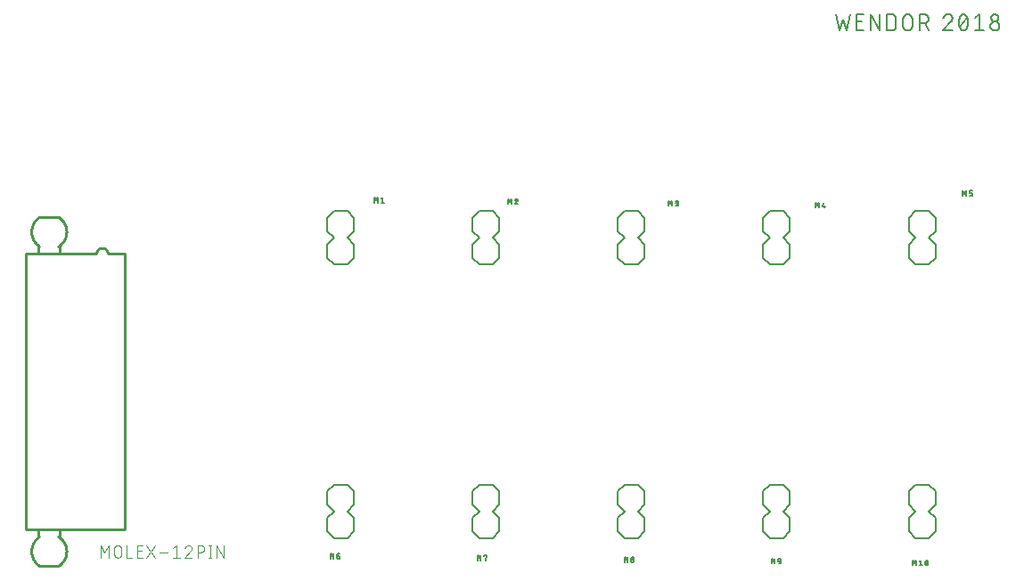
<source format=gbr>
G04 EAGLE Gerber X2 export*
%TF.Part,Single*%
%TF.FileFunction,Legend,Top,1*%
%TF.FilePolarity,Positive*%
%TF.GenerationSoftware,Autodesk,EAGLE,9.0.0*%
%TF.CreationDate,2018-05-03T13:10:54Z*%
G75*
%MOMM*%
%FSLAX34Y34*%
%LPD*%
%AMOC8*
5,1,8,0,0,1.08239X$1,22.5*%
G01*
%ADD10C,0.127000*%
%ADD11C,0.203200*%
%ADD12C,0.254000*%
%ADD13C,0.101600*%


D10*
X965835Y1108329D02*
X969278Y1092835D01*
X972721Y1103164D01*
X976164Y1092835D01*
X979607Y1108329D01*
X985788Y1092835D02*
X992674Y1092835D01*
X985788Y1092835D02*
X985788Y1108329D01*
X992674Y1108329D01*
X990953Y1101443D02*
X985788Y1101443D01*
X998644Y1108329D02*
X998644Y1092835D01*
X1007252Y1092835D02*
X998644Y1108329D01*
X1007252Y1108329D02*
X1007252Y1092835D01*
X1014501Y1092835D02*
X1014501Y1108329D01*
X1018805Y1108329D01*
X1018935Y1108327D01*
X1019065Y1108321D01*
X1019195Y1108311D01*
X1019324Y1108298D01*
X1019453Y1108280D01*
X1019581Y1108259D01*
X1019708Y1108233D01*
X1019835Y1108204D01*
X1019961Y1108171D01*
X1020085Y1108134D01*
X1020209Y1108094D01*
X1020331Y1108049D01*
X1020452Y1108001D01*
X1020571Y1107950D01*
X1020689Y1107895D01*
X1020805Y1107836D01*
X1020919Y1107774D01*
X1021032Y1107708D01*
X1021142Y1107639D01*
X1021250Y1107567D01*
X1021356Y1107492D01*
X1021459Y1107413D01*
X1021560Y1107331D01*
X1021659Y1107247D01*
X1021755Y1107159D01*
X1021848Y1107068D01*
X1021939Y1106975D01*
X1022027Y1106879D01*
X1022111Y1106780D01*
X1022193Y1106679D01*
X1022272Y1106576D01*
X1022347Y1106470D01*
X1022419Y1106362D01*
X1022488Y1106252D01*
X1022554Y1106139D01*
X1022616Y1106025D01*
X1022675Y1105909D01*
X1022730Y1105791D01*
X1022781Y1105672D01*
X1022829Y1105551D01*
X1022874Y1105429D01*
X1022914Y1105305D01*
X1022951Y1105181D01*
X1022984Y1105055D01*
X1023013Y1104928D01*
X1023039Y1104801D01*
X1023060Y1104673D01*
X1023078Y1104544D01*
X1023091Y1104415D01*
X1023101Y1104285D01*
X1023107Y1104155D01*
X1023109Y1104025D01*
X1023109Y1097139D01*
X1023107Y1097009D01*
X1023101Y1096879D01*
X1023091Y1096749D01*
X1023078Y1096620D01*
X1023060Y1096491D01*
X1023039Y1096363D01*
X1023013Y1096236D01*
X1022984Y1096109D01*
X1022951Y1095983D01*
X1022914Y1095859D01*
X1022874Y1095735D01*
X1022829Y1095613D01*
X1022781Y1095492D01*
X1022730Y1095373D01*
X1022675Y1095255D01*
X1022616Y1095139D01*
X1022554Y1095025D01*
X1022488Y1094912D01*
X1022419Y1094802D01*
X1022347Y1094694D01*
X1022272Y1094588D01*
X1022193Y1094485D01*
X1022111Y1094384D01*
X1022027Y1094285D01*
X1021939Y1094189D01*
X1021848Y1094096D01*
X1021755Y1094005D01*
X1021659Y1093917D01*
X1021560Y1093833D01*
X1021459Y1093751D01*
X1021356Y1093672D01*
X1021250Y1093597D01*
X1021142Y1093525D01*
X1021032Y1093456D01*
X1020919Y1093390D01*
X1020805Y1093328D01*
X1020689Y1093269D01*
X1020571Y1093214D01*
X1020452Y1093163D01*
X1020331Y1093115D01*
X1020209Y1093070D01*
X1020085Y1093030D01*
X1019961Y1092993D01*
X1019835Y1092960D01*
X1019708Y1092931D01*
X1019581Y1092905D01*
X1019453Y1092884D01*
X1019324Y1092866D01*
X1019195Y1092853D01*
X1019065Y1092843D01*
X1018935Y1092837D01*
X1018805Y1092835D01*
X1014501Y1092835D01*
X1029863Y1097139D02*
X1029863Y1104025D01*
X1029862Y1104025D02*
X1029864Y1104155D01*
X1029870Y1104285D01*
X1029880Y1104415D01*
X1029893Y1104544D01*
X1029911Y1104673D01*
X1029932Y1104801D01*
X1029958Y1104928D01*
X1029987Y1105055D01*
X1030020Y1105181D01*
X1030057Y1105305D01*
X1030097Y1105429D01*
X1030142Y1105551D01*
X1030190Y1105672D01*
X1030241Y1105791D01*
X1030296Y1105909D01*
X1030355Y1106025D01*
X1030417Y1106139D01*
X1030483Y1106252D01*
X1030552Y1106362D01*
X1030624Y1106470D01*
X1030699Y1106576D01*
X1030778Y1106679D01*
X1030860Y1106780D01*
X1030944Y1106879D01*
X1031032Y1106975D01*
X1031123Y1107068D01*
X1031216Y1107159D01*
X1031312Y1107247D01*
X1031411Y1107331D01*
X1031512Y1107413D01*
X1031615Y1107492D01*
X1031721Y1107567D01*
X1031829Y1107639D01*
X1031939Y1107708D01*
X1032052Y1107774D01*
X1032166Y1107836D01*
X1032282Y1107895D01*
X1032400Y1107950D01*
X1032519Y1108001D01*
X1032640Y1108049D01*
X1032762Y1108094D01*
X1032886Y1108134D01*
X1033010Y1108171D01*
X1033136Y1108204D01*
X1033263Y1108233D01*
X1033390Y1108259D01*
X1033518Y1108280D01*
X1033647Y1108298D01*
X1033776Y1108311D01*
X1033906Y1108321D01*
X1034036Y1108327D01*
X1034166Y1108329D01*
X1034296Y1108327D01*
X1034426Y1108321D01*
X1034556Y1108311D01*
X1034685Y1108298D01*
X1034814Y1108280D01*
X1034942Y1108259D01*
X1035069Y1108233D01*
X1035196Y1108204D01*
X1035322Y1108171D01*
X1035446Y1108134D01*
X1035570Y1108094D01*
X1035692Y1108049D01*
X1035813Y1108001D01*
X1035932Y1107950D01*
X1036050Y1107895D01*
X1036166Y1107836D01*
X1036280Y1107774D01*
X1036393Y1107708D01*
X1036503Y1107639D01*
X1036611Y1107567D01*
X1036717Y1107492D01*
X1036820Y1107413D01*
X1036921Y1107331D01*
X1037020Y1107247D01*
X1037116Y1107159D01*
X1037209Y1107068D01*
X1037300Y1106975D01*
X1037388Y1106879D01*
X1037472Y1106780D01*
X1037554Y1106679D01*
X1037633Y1106576D01*
X1037708Y1106470D01*
X1037780Y1106362D01*
X1037849Y1106252D01*
X1037915Y1106139D01*
X1037977Y1106025D01*
X1038036Y1105909D01*
X1038091Y1105791D01*
X1038142Y1105672D01*
X1038190Y1105551D01*
X1038235Y1105429D01*
X1038275Y1105305D01*
X1038312Y1105181D01*
X1038345Y1105055D01*
X1038374Y1104928D01*
X1038400Y1104801D01*
X1038421Y1104673D01*
X1038439Y1104544D01*
X1038452Y1104415D01*
X1038462Y1104285D01*
X1038468Y1104155D01*
X1038470Y1104025D01*
X1038470Y1097139D01*
X1038468Y1097009D01*
X1038462Y1096879D01*
X1038452Y1096749D01*
X1038439Y1096620D01*
X1038421Y1096491D01*
X1038400Y1096363D01*
X1038374Y1096236D01*
X1038345Y1096109D01*
X1038312Y1095983D01*
X1038275Y1095859D01*
X1038235Y1095735D01*
X1038190Y1095613D01*
X1038142Y1095492D01*
X1038091Y1095373D01*
X1038036Y1095255D01*
X1037977Y1095139D01*
X1037915Y1095025D01*
X1037849Y1094912D01*
X1037780Y1094802D01*
X1037708Y1094694D01*
X1037633Y1094588D01*
X1037554Y1094485D01*
X1037472Y1094384D01*
X1037388Y1094285D01*
X1037300Y1094189D01*
X1037209Y1094096D01*
X1037116Y1094005D01*
X1037020Y1093917D01*
X1036921Y1093833D01*
X1036820Y1093751D01*
X1036717Y1093672D01*
X1036611Y1093597D01*
X1036503Y1093525D01*
X1036393Y1093456D01*
X1036280Y1093390D01*
X1036166Y1093328D01*
X1036050Y1093269D01*
X1035932Y1093214D01*
X1035813Y1093163D01*
X1035692Y1093115D01*
X1035570Y1093070D01*
X1035446Y1093030D01*
X1035322Y1092993D01*
X1035196Y1092960D01*
X1035069Y1092931D01*
X1034942Y1092905D01*
X1034814Y1092884D01*
X1034685Y1092866D01*
X1034556Y1092853D01*
X1034426Y1092843D01*
X1034296Y1092837D01*
X1034166Y1092835D01*
X1034036Y1092837D01*
X1033906Y1092843D01*
X1033776Y1092853D01*
X1033647Y1092866D01*
X1033518Y1092884D01*
X1033390Y1092905D01*
X1033263Y1092931D01*
X1033136Y1092960D01*
X1033010Y1092993D01*
X1032886Y1093030D01*
X1032762Y1093070D01*
X1032640Y1093115D01*
X1032519Y1093163D01*
X1032400Y1093214D01*
X1032282Y1093269D01*
X1032166Y1093328D01*
X1032052Y1093390D01*
X1031939Y1093456D01*
X1031829Y1093525D01*
X1031721Y1093597D01*
X1031615Y1093672D01*
X1031512Y1093751D01*
X1031411Y1093833D01*
X1031312Y1093917D01*
X1031216Y1094005D01*
X1031123Y1094096D01*
X1031032Y1094189D01*
X1030944Y1094285D01*
X1030860Y1094384D01*
X1030778Y1094485D01*
X1030699Y1094588D01*
X1030624Y1094694D01*
X1030552Y1094802D01*
X1030483Y1094912D01*
X1030417Y1095025D01*
X1030355Y1095139D01*
X1030296Y1095255D01*
X1030241Y1095373D01*
X1030190Y1095492D01*
X1030142Y1095613D01*
X1030097Y1095735D01*
X1030057Y1095859D01*
X1030020Y1095983D01*
X1029987Y1096109D01*
X1029958Y1096236D01*
X1029932Y1096363D01*
X1029911Y1096491D01*
X1029893Y1096620D01*
X1029880Y1096749D01*
X1029870Y1096879D01*
X1029864Y1097009D01*
X1029862Y1097139D01*
X1045309Y1092835D02*
X1045309Y1108329D01*
X1049613Y1108329D01*
X1049743Y1108327D01*
X1049873Y1108321D01*
X1050003Y1108311D01*
X1050132Y1108298D01*
X1050261Y1108280D01*
X1050389Y1108259D01*
X1050516Y1108233D01*
X1050643Y1108204D01*
X1050769Y1108171D01*
X1050893Y1108134D01*
X1051017Y1108094D01*
X1051139Y1108049D01*
X1051260Y1108001D01*
X1051379Y1107950D01*
X1051497Y1107895D01*
X1051613Y1107836D01*
X1051727Y1107774D01*
X1051840Y1107708D01*
X1051950Y1107639D01*
X1052058Y1107567D01*
X1052164Y1107492D01*
X1052267Y1107413D01*
X1052368Y1107331D01*
X1052467Y1107247D01*
X1052563Y1107159D01*
X1052656Y1107068D01*
X1052747Y1106975D01*
X1052835Y1106879D01*
X1052919Y1106780D01*
X1053001Y1106679D01*
X1053080Y1106576D01*
X1053155Y1106470D01*
X1053227Y1106362D01*
X1053296Y1106252D01*
X1053362Y1106139D01*
X1053424Y1106025D01*
X1053483Y1105909D01*
X1053538Y1105791D01*
X1053589Y1105672D01*
X1053637Y1105551D01*
X1053682Y1105429D01*
X1053722Y1105305D01*
X1053759Y1105181D01*
X1053792Y1105055D01*
X1053821Y1104928D01*
X1053847Y1104801D01*
X1053868Y1104673D01*
X1053886Y1104544D01*
X1053899Y1104415D01*
X1053909Y1104285D01*
X1053915Y1104155D01*
X1053917Y1104025D01*
X1053915Y1103895D01*
X1053909Y1103765D01*
X1053899Y1103635D01*
X1053886Y1103506D01*
X1053868Y1103377D01*
X1053847Y1103249D01*
X1053821Y1103122D01*
X1053792Y1102995D01*
X1053759Y1102869D01*
X1053722Y1102745D01*
X1053682Y1102621D01*
X1053637Y1102499D01*
X1053589Y1102378D01*
X1053538Y1102259D01*
X1053483Y1102141D01*
X1053424Y1102025D01*
X1053362Y1101911D01*
X1053296Y1101798D01*
X1053227Y1101688D01*
X1053155Y1101580D01*
X1053080Y1101474D01*
X1053001Y1101371D01*
X1052919Y1101270D01*
X1052835Y1101171D01*
X1052747Y1101075D01*
X1052656Y1100982D01*
X1052563Y1100891D01*
X1052467Y1100803D01*
X1052368Y1100719D01*
X1052267Y1100637D01*
X1052164Y1100558D01*
X1052058Y1100483D01*
X1051950Y1100411D01*
X1051840Y1100342D01*
X1051727Y1100276D01*
X1051613Y1100214D01*
X1051497Y1100155D01*
X1051379Y1100100D01*
X1051260Y1100049D01*
X1051139Y1100001D01*
X1051017Y1099956D01*
X1050893Y1099916D01*
X1050769Y1099879D01*
X1050643Y1099846D01*
X1050516Y1099817D01*
X1050389Y1099791D01*
X1050261Y1099770D01*
X1050132Y1099752D01*
X1050003Y1099739D01*
X1049873Y1099729D01*
X1049743Y1099723D01*
X1049613Y1099721D01*
X1045309Y1099721D01*
X1050474Y1099721D02*
X1053917Y1092835D01*
X1072752Y1108330D02*
X1072874Y1108328D01*
X1072995Y1108322D01*
X1073117Y1108313D01*
X1073238Y1108299D01*
X1073358Y1108282D01*
X1073478Y1108261D01*
X1073597Y1108237D01*
X1073715Y1108208D01*
X1073833Y1108176D01*
X1073949Y1108140D01*
X1074064Y1108101D01*
X1074178Y1108058D01*
X1074291Y1108011D01*
X1074401Y1107961D01*
X1074511Y1107908D01*
X1074618Y1107851D01*
X1074724Y1107791D01*
X1074828Y1107727D01*
X1074930Y1107660D01*
X1075029Y1107590D01*
X1075126Y1107517D01*
X1075221Y1107441D01*
X1075314Y1107362D01*
X1075404Y1107280D01*
X1075491Y1107195D01*
X1075576Y1107108D01*
X1075658Y1107018D01*
X1075737Y1106925D01*
X1075813Y1106830D01*
X1075886Y1106733D01*
X1075956Y1106634D01*
X1076023Y1106532D01*
X1076087Y1106428D01*
X1076147Y1106322D01*
X1076204Y1106215D01*
X1076257Y1106105D01*
X1076307Y1105995D01*
X1076354Y1105882D01*
X1076397Y1105768D01*
X1076436Y1105653D01*
X1076472Y1105537D01*
X1076504Y1105419D01*
X1076533Y1105301D01*
X1076557Y1105182D01*
X1076578Y1105062D01*
X1076595Y1104942D01*
X1076609Y1104821D01*
X1076618Y1104699D01*
X1076624Y1104578D01*
X1076626Y1104456D01*
X1072752Y1108329D02*
X1072613Y1108327D01*
X1072474Y1108321D01*
X1072335Y1108312D01*
X1072197Y1108298D01*
X1072059Y1108280D01*
X1071922Y1108259D01*
X1071785Y1108234D01*
X1071649Y1108205D01*
X1071514Y1108172D01*
X1071379Y1108136D01*
X1071246Y1108096D01*
X1071114Y1108052D01*
X1070984Y1108004D01*
X1070854Y1107953D01*
X1070727Y1107898D01*
X1070600Y1107840D01*
X1070476Y1107778D01*
X1070353Y1107713D01*
X1070232Y1107644D01*
X1070113Y1107572D01*
X1069996Y1107496D01*
X1069882Y1107418D01*
X1069769Y1107336D01*
X1069659Y1107251D01*
X1069551Y1107163D01*
X1069446Y1107072D01*
X1069344Y1106978D01*
X1069244Y1106882D01*
X1069146Y1106782D01*
X1069052Y1106680D01*
X1068960Y1106576D01*
X1068872Y1106468D01*
X1068786Y1106359D01*
X1068704Y1106247D01*
X1068625Y1106132D01*
X1068549Y1106016D01*
X1068476Y1105898D01*
X1068406Y1105777D01*
X1068340Y1105655D01*
X1068278Y1105530D01*
X1068219Y1105405D01*
X1068163Y1105277D01*
X1068111Y1105148D01*
X1068063Y1105018D01*
X1068018Y1104886D01*
X1075335Y1101443D02*
X1075424Y1101530D01*
X1075510Y1101620D01*
X1075594Y1101713D01*
X1075675Y1101808D01*
X1075753Y1101905D01*
X1075828Y1102005D01*
X1075900Y1102107D01*
X1075969Y1102211D01*
X1076034Y1102317D01*
X1076097Y1102425D01*
X1076156Y1102535D01*
X1076212Y1102647D01*
X1076265Y1102760D01*
X1076314Y1102874D01*
X1076359Y1102991D01*
X1076402Y1103108D01*
X1076440Y1103227D01*
X1076475Y1103346D01*
X1076507Y1103467D01*
X1076535Y1103589D01*
X1076559Y1103711D01*
X1076579Y1103834D01*
X1076596Y1103958D01*
X1076609Y1104082D01*
X1076619Y1104207D01*
X1076624Y1104331D01*
X1076626Y1104456D01*
X1075335Y1101443D02*
X1068018Y1092835D01*
X1076626Y1092835D01*
X1082884Y1100582D02*
X1082888Y1100887D01*
X1082899Y1101191D01*
X1082917Y1101496D01*
X1082942Y1101799D01*
X1082975Y1102102D01*
X1083015Y1102405D01*
X1083062Y1102706D01*
X1083116Y1103006D01*
X1083178Y1103304D01*
X1083246Y1103601D01*
X1083322Y1103897D01*
X1083404Y1104190D01*
X1083494Y1104481D01*
X1083591Y1104770D01*
X1083694Y1105057D01*
X1083804Y1105341D01*
X1083921Y1105623D01*
X1084045Y1105901D01*
X1084175Y1106177D01*
X1084213Y1106280D01*
X1084253Y1106382D01*
X1084298Y1106482D01*
X1084346Y1106581D01*
X1084397Y1106678D01*
X1084451Y1106773D01*
X1084509Y1106867D01*
X1084570Y1106958D01*
X1084634Y1107047D01*
X1084701Y1107134D01*
X1084771Y1107218D01*
X1084844Y1107301D01*
X1084920Y1107380D01*
X1084998Y1107457D01*
X1085079Y1107531D01*
X1085163Y1107602D01*
X1085249Y1107670D01*
X1085337Y1107736D01*
X1085427Y1107798D01*
X1085520Y1107857D01*
X1085614Y1107913D01*
X1085710Y1107966D01*
X1085808Y1108015D01*
X1085908Y1108061D01*
X1086009Y1108103D01*
X1086112Y1108142D01*
X1086216Y1108177D01*
X1086321Y1108209D01*
X1086427Y1108237D01*
X1086534Y1108261D01*
X1086642Y1108282D01*
X1086750Y1108299D01*
X1086859Y1108312D01*
X1086969Y1108321D01*
X1087078Y1108327D01*
X1087188Y1108329D01*
X1087298Y1108327D01*
X1087407Y1108321D01*
X1087517Y1108312D01*
X1087626Y1108299D01*
X1087734Y1108282D01*
X1087842Y1108261D01*
X1087949Y1108237D01*
X1088055Y1108209D01*
X1088160Y1108177D01*
X1088264Y1108142D01*
X1088367Y1108103D01*
X1088468Y1108061D01*
X1088568Y1108015D01*
X1088666Y1107966D01*
X1088762Y1107913D01*
X1088856Y1107857D01*
X1088949Y1107798D01*
X1089039Y1107736D01*
X1089127Y1107670D01*
X1089213Y1107602D01*
X1089297Y1107531D01*
X1089378Y1107457D01*
X1089456Y1107380D01*
X1089532Y1107300D01*
X1089605Y1107218D01*
X1089675Y1107134D01*
X1089742Y1107047D01*
X1089806Y1106958D01*
X1089867Y1106867D01*
X1089925Y1106773D01*
X1089979Y1106678D01*
X1090030Y1106581D01*
X1090078Y1106482D01*
X1090123Y1106382D01*
X1090163Y1106280D01*
X1090201Y1106177D01*
X1090200Y1106177D02*
X1090330Y1105901D01*
X1090454Y1105623D01*
X1090571Y1105341D01*
X1090681Y1105057D01*
X1090784Y1104770D01*
X1090881Y1104481D01*
X1090971Y1104190D01*
X1091053Y1103897D01*
X1091129Y1103601D01*
X1091197Y1103304D01*
X1091259Y1103006D01*
X1091313Y1102706D01*
X1091360Y1102405D01*
X1091400Y1102102D01*
X1091433Y1101799D01*
X1091458Y1101496D01*
X1091476Y1101191D01*
X1091487Y1100887D01*
X1091491Y1100582D01*
X1082884Y1100582D02*
X1082888Y1100277D01*
X1082899Y1099973D01*
X1082917Y1099668D01*
X1082942Y1099365D01*
X1082975Y1099062D01*
X1083015Y1098759D01*
X1083062Y1098458D01*
X1083116Y1098158D01*
X1083178Y1097860D01*
X1083246Y1097563D01*
X1083322Y1097267D01*
X1083404Y1096974D01*
X1083494Y1096683D01*
X1083591Y1096394D01*
X1083694Y1096107D01*
X1083804Y1095823D01*
X1083921Y1095541D01*
X1084045Y1095263D01*
X1084175Y1094987D01*
X1084213Y1094884D01*
X1084253Y1094782D01*
X1084298Y1094682D01*
X1084346Y1094583D01*
X1084397Y1094486D01*
X1084451Y1094391D01*
X1084509Y1094297D01*
X1084570Y1094206D01*
X1084634Y1094117D01*
X1084701Y1094030D01*
X1084771Y1093945D01*
X1084844Y1093863D01*
X1084920Y1093784D01*
X1084998Y1093707D01*
X1085079Y1093633D01*
X1085163Y1093562D01*
X1085249Y1093494D01*
X1085337Y1093428D01*
X1085427Y1093366D01*
X1085520Y1093307D01*
X1085614Y1093251D01*
X1085710Y1093198D01*
X1085809Y1093149D01*
X1085908Y1093103D01*
X1086009Y1093061D01*
X1086112Y1093022D01*
X1086216Y1092987D01*
X1086321Y1092955D01*
X1086427Y1092927D01*
X1086534Y1092903D01*
X1086642Y1092882D01*
X1086750Y1092865D01*
X1086859Y1092852D01*
X1086969Y1092843D01*
X1087078Y1092837D01*
X1087188Y1092835D01*
X1090200Y1094987D02*
X1090330Y1095263D01*
X1090454Y1095541D01*
X1090571Y1095823D01*
X1090681Y1096107D01*
X1090784Y1096394D01*
X1090881Y1096683D01*
X1090971Y1096974D01*
X1091053Y1097267D01*
X1091129Y1097563D01*
X1091197Y1097860D01*
X1091259Y1098158D01*
X1091313Y1098458D01*
X1091360Y1098759D01*
X1091400Y1099062D01*
X1091433Y1099365D01*
X1091458Y1099668D01*
X1091476Y1099973D01*
X1091487Y1100277D01*
X1091491Y1100582D01*
X1090201Y1094987D02*
X1090163Y1094884D01*
X1090123Y1094782D01*
X1090078Y1094682D01*
X1090030Y1094583D01*
X1089979Y1094486D01*
X1089925Y1094391D01*
X1089867Y1094297D01*
X1089806Y1094206D01*
X1089742Y1094117D01*
X1089675Y1094030D01*
X1089605Y1093946D01*
X1089532Y1093863D01*
X1089456Y1093784D01*
X1089378Y1093707D01*
X1089297Y1093633D01*
X1089213Y1093562D01*
X1089127Y1093494D01*
X1089039Y1093428D01*
X1088949Y1093366D01*
X1088856Y1093307D01*
X1088762Y1093251D01*
X1088666Y1093198D01*
X1088568Y1093149D01*
X1088468Y1093103D01*
X1088367Y1093061D01*
X1088264Y1093022D01*
X1088160Y1092987D01*
X1088055Y1092955D01*
X1087949Y1092927D01*
X1087842Y1092903D01*
X1087734Y1092882D01*
X1087626Y1092865D01*
X1087517Y1092852D01*
X1087407Y1092843D01*
X1087298Y1092837D01*
X1087188Y1092835D01*
X1083745Y1096278D02*
X1090631Y1104886D01*
X1097750Y1104886D02*
X1102053Y1108329D01*
X1102053Y1092835D01*
X1097750Y1092835D02*
X1106357Y1092835D01*
X1112615Y1097139D02*
X1112617Y1097269D01*
X1112623Y1097399D01*
X1112633Y1097529D01*
X1112646Y1097658D01*
X1112664Y1097787D01*
X1112685Y1097915D01*
X1112711Y1098042D01*
X1112740Y1098169D01*
X1112773Y1098295D01*
X1112810Y1098419D01*
X1112850Y1098543D01*
X1112895Y1098665D01*
X1112943Y1098786D01*
X1112994Y1098905D01*
X1113049Y1099023D01*
X1113108Y1099139D01*
X1113170Y1099253D01*
X1113236Y1099366D01*
X1113305Y1099476D01*
X1113377Y1099584D01*
X1113452Y1099690D01*
X1113531Y1099793D01*
X1113613Y1099894D01*
X1113697Y1099993D01*
X1113785Y1100089D01*
X1113876Y1100182D01*
X1113969Y1100273D01*
X1114065Y1100361D01*
X1114164Y1100445D01*
X1114265Y1100527D01*
X1114368Y1100606D01*
X1114474Y1100681D01*
X1114582Y1100753D01*
X1114692Y1100822D01*
X1114805Y1100888D01*
X1114919Y1100950D01*
X1115035Y1101009D01*
X1115153Y1101064D01*
X1115272Y1101115D01*
X1115393Y1101163D01*
X1115515Y1101208D01*
X1115639Y1101248D01*
X1115763Y1101285D01*
X1115889Y1101318D01*
X1116016Y1101347D01*
X1116143Y1101373D01*
X1116271Y1101394D01*
X1116400Y1101412D01*
X1116529Y1101425D01*
X1116659Y1101435D01*
X1116789Y1101441D01*
X1116919Y1101443D01*
X1117049Y1101441D01*
X1117179Y1101435D01*
X1117309Y1101425D01*
X1117438Y1101412D01*
X1117567Y1101394D01*
X1117695Y1101373D01*
X1117822Y1101347D01*
X1117949Y1101318D01*
X1118075Y1101285D01*
X1118199Y1101248D01*
X1118323Y1101208D01*
X1118445Y1101163D01*
X1118566Y1101115D01*
X1118685Y1101064D01*
X1118803Y1101009D01*
X1118919Y1100950D01*
X1119033Y1100888D01*
X1119146Y1100822D01*
X1119256Y1100753D01*
X1119364Y1100681D01*
X1119470Y1100606D01*
X1119573Y1100527D01*
X1119674Y1100445D01*
X1119773Y1100361D01*
X1119869Y1100273D01*
X1119962Y1100182D01*
X1120053Y1100089D01*
X1120141Y1099993D01*
X1120225Y1099894D01*
X1120307Y1099793D01*
X1120386Y1099690D01*
X1120461Y1099584D01*
X1120533Y1099476D01*
X1120602Y1099366D01*
X1120668Y1099253D01*
X1120730Y1099139D01*
X1120789Y1099023D01*
X1120844Y1098905D01*
X1120895Y1098786D01*
X1120943Y1098665D01*
X1120988Y1098543D01*
X1121028Y1098419D01*
X1121065Y1098295D01*
X1121098Y1098169D01*
X1121127Y1098042D01*
X1121153Y1097915D01*
X1121174Y1097787D01*
X1121192Y1097658D01*
X1121205Y1097529D01*
X1121215Y1097399D01*
X1121221Y1097269D01*
X1121223Y1097139D01*
X1121221Y1097009D01*
X1121215Y1096879D01*
X1121205Y1096749D01*
X1121192Y1096620D01*
X1121174Y1096491D01*
X1121153Y1096363D01*
X1121127Y1096236D01*
X1121098Y1096109D01*
X1121065Y1095983D01*
X1121028Y1095859D01*
X1120988Y1095735D01*
X1120943Y1095613D01*
X1120895Y1095492D01*
X1120844Y1095373D01*
X1120789Y1095255D01*
X1120730Y1095139D01*
X1120668Y1095025D01*
X1120602Y1094912D01*
X1120533Y1094802D01*
X1120461Y1094694D01*
X1120386Y1094588D01*
X1120307Y1094485D01*
X1120225Y1094384D01*
X1120141Y1094285D01*
X1120053Y1094189D01*
X1119962Y1094096D01*
X1119869Y1094005D01*
X1119773Y1093917D01*
X1119674Y1093833D01*
X1119573Y1093751D01*
X1119470Y1093672D01*
X1119364Y1093597D01*
X1119256Y1093525D01*
X1119146Y1093456D01*
X1119033Y1093390D01*
X1118919Y1093328D01*
X1118803Y1093269D01*
X1118685Y1093214D01*
X1118566Y1093163D01*
X1118445Y1093115D01*
X1118323Y1093070D01*
X1118199Y1093030D01*
X1118075Y1092993D01*
X1117949Y1092960D01*
X1117822Y1092931D01*
X1117695Y1092905D01*
X1117567Y1092884D01*
X1117438Y1092866D01*
X1117309Y1092853D01*
X1117179Y1092843D01*
X1117049Y1092837D01*
X1116919Y1092835D01*
X1116789Y1092837D01*
X1116659Y1092843D01*
X1116529Y1092853D01*
X1116400Y1092866D01*
X1116271Y1092884D01*
X1116143Y1092905D01*
X1116016Y1092931D01*
X1115889Y1092960D01*
X1115763Y1092993D01*
X1115639Y1093030D01*
X1115515Y1093070D01*
X1115393Y1093115D01*
X1115272Y1093163D01*
X1115153Y1093214D01*
X1115035Y1093269D01*
X1114919Y1093328D01*
X1114805Y1093390D01*
X1114692Y1093456D01*
X1114582Y1093525D01*
X1114474Y1093597D01*
X1114368Y1093672D01*
X1114265Y1093751D01*
X1114164Y1093833D01*
X1114065Y1093917D01*
X1113969Y1094005D01*
X1113876Y1094096D01*
X1113785Y1094189D01*
X1113697Y1094285D01*
X1113613Y1094384D01*
X1113531Y1094485D01*
X1113452Y1094588D01*
X1113377Y1094694D01*
X1113305Y1094802D01*
X1113236Y1094912D01*
X1113170Y1095025D01*
X1113108Y1095139D01*
X1113049Y1095255D01*
X1112994Y1095373D01*
X1112943Y1095492D01*
X1112895Y1095613D01*
X1112850Y1095735D01*
X1112810Y1095859D01*
X1112773Y1095983D01*
X1112740Y1096109D01*
X1112711Y1096236D01*
X1112685Y1096363D01*
X1112664Y1096491D01*
X1112646Y1096620D01*
X1112633Y1096749D01*
X1112623Y1096879D01*
X1112617Y1097009D01*
X1112615Y1097139D01*
X1113476Y1104886D02*
X1113478Y1105002D01*
X1113484Y1105118D01*
X1113494Y1105234D01*
X1113507Y1105350D01*
X1113525Y1105465D01*
X1113546Y1105579D01*
X1113572Y1105693D01*
X1113601Y1105805D01*
X1113634Y1105917D01*
X1113671Y1106027D01*
X1113711Y1106136D01*
X1113755Y1106244D01*
X1113803Y1106350D01*
X1113854Y1106454D01*
X1113909Y1106557D01*
X1113967Y1106658D01*
X1114028Y1106756D01*
X1114093Y1106853D01*
X1114161Y1106947D01*
X1114232Y1107039D01*
X1114307Y1107129D01*
X1114384Y1107216D01*
X1114464Y1107300D01*
X1114547Y1107381D01*
X1114633Y1107460D01*
X1114721Y1107536D01*
X1114812Y1107609D01*
X1114905Y1107678D01*
X1115000Y1107745D01*
X1115098Y1107808D01*
X1115198Y1107868D01*
X1115299Y1107924D01*
X1115403Y1107977D01*
X1115508Y1108027D01*
X1115615Y1108072D01*
X1115723Y1108115D01*
X1115833Y1108153D01*
X1115944Y1108188D01*
X1116056Y1108219D01*
X1116169Y1108246D01*
X1116283Y1108270D01*
X1116398Y1108289D01*
X1116513Y1108305D01*
X1116629Y1108317D01*
X1116745Y1108325D01*
X1116861Y1108329D01*
X1116977Y1108329D01*
X1117093Y1108325D01*
X1117209Y1108317D01*
X1117325Y1108305D01*
X1117440Y1108289D01*
X1117555Y1108270D01*
X1117669Y1108246D01*
X1117782Y1108219D01*
X1117894Y1108188D01*
X1118005Y1108153D01*
X1118115Y1108115D01*
X1118223Y1108072D01*
X1118330Y1108027D01*
X1118435Y1107977D01*
X1118539Y1107924D01*
X1118641Y1107868D01*
X1118740Y1107808D01*
X1118838Y1107745D01*
X1118933Y1107678D01*
X1119026Y1107609D01*
X1119117Y1107536D01*
X1119205Y1107460D01*
X1119291Y1107381D01*
X1119374Y1107300D01*
X1119454Y1107216D01*
X1119531Y1107129D01*
X1119606Y1107039D01*
X1119677Y1106947D01*
X1119745Y1106853D01*
X1119810Y1106756D01*
X1119871Y1106658D01*
X1119929Y1106557D01*
X1119984Y1106454D01*
X1120035Y1106350D01*
X1120083Y1106244D01*
X1120127Y1106136D01*
X1120167Y1106027D01*
X1120204Y1105917D01*
X1120237Y1105805D01*
X1120266Y1105693D01*
X1120292Y1105579D01*
X1120313Y1105465D01*
X1120331Y1105350D01*
X1120344Y1105234D01*
X1120354Y1105118D01*
X1120360Y1105002D01*
X1120362Y1104886D01*
X1120360Y1104770D01*
X1120354Y1104654D01*
X1120344Y1104538D01*
X1120331Y1104422D01*
X1120313Y1104307D01*
X1120292Y1104193D01*
X1120266Y1104079D01*
X1120237Y1103967D01*
X1120204Y1103855D01*
X1120167Y1103745D01*
X1120127Y1103636D01*
X1120083Y1103528D01*
X1120035Y1103422D01*
X1119984Y1103318D01*
X1119929Y1103215D01*
X1119871Y1103114D01*
X1119810Y1103016D01*
X1119745Y1102919D01*
X1119677Y1102825D01*
X1119606Y1102733D01*
X1119531Y1102643D01*
X1119454Y1102556D01*
X1119374Y1102472D01*
X1119291Y1102391D01*
X1119205Y1102312D01*
X1119117Y1102236D01*
X1119026Y1102163D01*
X1118933Y1102094D01*
X1118838Y1102027D01*
X1118740Y1101964D01*
X1118641Y1101904D01*
X1118539Y1101848D01*
X1118435Y1101795D01*
X1118330Y1101745D01*
X1118223Y1101700D01*
X1118115Y1101657D01*
X1118005Y1101619D01*
X1117894Y1101584D01*
X1117782Y1101553D01*
X1117669Y1101526D01*
X1117555Y1101502D01*
X1117440Y1101483D01*
X1117325Y1101467D01*
X1117209Y1101455D01*
X1117093Y1101447D01*
X1116977Y1101443D01*
X1116861Y1101443D01*
X1116745Y1101447D01*
X1116629Y1101455D01*
X1116513Y1101467D01*
X1116398Y1101483D01*
X1116283Y1101502D01*
X1116169Y1101526D01*
X1116056Y1101553D01*
X1115944Y1101584D01*
X1115833Y1101619D01*
X1115723Y1101657D01*
X1115615Y1101700D01*
X1115508Y1101745D01*
X1115403Y1101795D01*
X1115299Y1101848D01*
X1115198Y1101904D01*
X1115098Y1101964D01*
X1115000Y1102027D01*
X1114905Y1102094D01*
X1114812Y1102163D01*
X1114721Y1102236D01*
X1114633Y1102312D01*
X1114547Y1102391D01*
X1114464Y1102472D01*
X1114384Y1102556D01*
X1114307Y1102643D01*
X1114232Y1102733D01*
X1114161Y1102825D01*
X1114093Y1102919D01*
X1114028Y1103016D01*
X1113967Y1103114D01*
X1113909Y1103215D01*
X1113854Y1103318D01*
X1113803Y1103422D01*
X1113755Y1103528D01*
X1113711Y1103636D01*
X1113671Y1103745D01*
X1113634Y1103855D01*
X1113601Y1103967D01*
X1113572Y1104079D01*
X1113546Y1104193D01*
X1113525Y1104307D01*
X1113507Y1104422D01*
X1113494Y1104538D01*
X1113484Y1104654D01*
X1113478Y1104770D01*
X1113476Y1104886D01*
D11*
X508000Y914400D02*
X508000Y901700D01*
X501650Y895350D01*
X488950Y895350D02*
X482600Y901700D01*
X501650Y895350D02*
X508000Y889000D01*
X508000Y876300D01*
X501650Y869950D01*
X488950Y869950D02*
X482600Y876300D01*
X482600Y889000D01*
X488950Y895350D01*
X488950Y920750D02*
X501650Y920750D01*
X508000Y914400D01*
X488950Y920750D02*
X482600Y914400D01*
X482600Y901700D01*
X488950Y869950D02*
X501650Y869950D01*
D10*
X527685Y929005D02*
X527685Y933831D01*
X529294Y931150D01*
X530902Y933831D01*
X530902Y929005D01*
X533988Y932759D02*
X535329Y933831D01*
X535329Y929005D01*
X536669Y929005D02*
X533988Y929005D01*
D11*
X922338Y914400D02*
X922338Y901700D01*
X915988Y895350D01*
X903288Y895350D02*
X896938Y901700D01*
X915988Y895350D02*
X922338Y889000D01*
X922338Y876300D01*
X915988Y869950D01*
X903288Y869950D02*
X896938Y876300D01*
X896938Y889000D01*
X903288Y895350D01*
X903288Y920750D02*
X915988Y920750D01*
X922338Y914400D01*
X903288Y920750D02*
X896938Y914400D01*
X896938Y901700D01*
X903288Y869950D02*
X915988Y869950D01*
D10*
X946785Y924243D02*
X946785Y929069D01*
X948394Y926387D01*
X950002Y929069D01*
X950002Y924243D01*
X953088Y925315D02*
X954161Y929069D01*
X953088Y925315D02*
X955769Y925315D01*
X954965Y926387D02*
X954965Y924243D01*
D11*
X482600Y628650D02*
X482600Y615950D01*
X482600Y628650D02*
X488950Y635000D01*
X501650Y635000D02*
X508000Y628650D01*
X488950Y635000D02*
X482600Y641350D01*
X482600Y654050D01*
X488950Y660400D01*
X501650Y660400D02*
X508000Y654050D01*
X508000Y641350D01*
X501650Y635000D01*
X501650Y609600D02*
X488950Y609600D01*
X482600Y615950D01*
X501650Y609600D02*
X508000Y615950D01*
X508000Y628650D01*
X501650Y660400D02*
X488950Y660400D01*
D10*
X485681Y594995D02*
X485681Y590169D01*
X487289Y592314D02*
X485681Y594995D01*
X487289Y592314D02*
X488898Y594995D01*
X488898Y590169D01*
X491984Y592850D02*
X493593Y592850D01*
X493658Y592848D01*
X493722Y592842D01*
X493786Y592832D01*
X493850Y592819D01*
X493912Y592801D01*
X493973Y592780D01*
X494033Y592756D01*
X494091Y592727D01*
X494148Y592695D01*
X494202Y592660D01*
X494254Y592622D01*
X494304Y592580D01*
X494351Y592536D01*
X494395Y592489D01*
X494437Y592439D01*
X494475Y592387D01*
X494510Y592333D01*
X494542Y592276D01*
X494571Y592218D01*
X494595Y592158D01*
X494616Y592097D01*
X494634Y592035D01*
X494647Y591971D01*
X494657Y591907D01*
X494663Y591843D01*
X494665Y591778D01*
X494665Y591510D01*
X494663Y591439D01*
X494657Y591367D01*
X494648Y591297D01*
X494635Y591227D01*
X494618Y591157D01*
X494597Y591089D01*
X494573Y591022D01*
X494545Y590956D01*
X494514Y590892D01*
X494479Y590829D01*
X494441Y590769D01*
X494400Y590710D01*
X494356Y590654D01*
X494309Y590600D01*
X494260Y590549D01*
X494207Y590501D01*
X494152Y590455D01*
X494095Y590413D01*
X494035Y590373D01*
X493974Y590337D01*
X493910Y590304D01*
X493845Y590275D01*
X493779Y590249D01*
X493711Y590226D01*
X493642Y590207D01*
X493572Y590192D01*
X493502Y590181D01*
X493431Y590173D01*
X493360Y590169D01*
X493288Y590169D01*
X493217Y590173D01*
X493146Y590181D01*
X493076Y590192D01*
X493006Y590207D01*
X492937Y590226D01*
X492869Y590249D01*
X492803Y590275D01*
X492738Y590304D01*
X492674Y590337D01*
X492613Y590373D01*
X492553Y590413D01*
X492496Y590455D01*
X492441Y590501D01*
X492388Y590549D01*
X492339Y590600D01*
X492292Y590654D01*
X492248Y590710D01*
X492207Y590769D01*
X492169Y590829D01*
X492134Y590892D01*
X492103Y590956D01*
X492075Y591022D01*
X492051Y591089D01*
X492030Y591157D01*
X492013Y591227D01*
X492000Y591297D01*
X491991Y591367D01*
X491985Y591439D01*
X491983Y591510D01*
X491984Y591510D02*
X491984Y592850D01*
X491986Y592941D01*
X491992Y593032D01*
X492001Y593122D01*
X492015Y593213D01*
X492032Y593302D01*
X492053Y593390D01*
X492078Y593478D01*
X492107Y593565D01*
X492139Y593650D01*
X492174Y593734D01*
X492214Y593816D01*
X492256Y593896D01*
X492302Y593975D01*
X492352Y594051D01*
X492404Y594125D01*
X492460Y594198D01*
X492519Y594267D01*
X492580Y594334D01*
X492645Y594399D01*
X492712Y594460D01*
X492781Y594519D01*
X492853Y594575D01*
X492928Y594627D01*
X493004Y594677D01*
X493083Y594723D01*
X493163Y594765D01*
X493245Y594805D01*
X493329Y594840D01*
X493414Y594872D01*
X493501Y594901D01*
X493588Y594926D01*
X493677Y594947D01*
X493766Y594964D01*
X493857Y594978D01*
X493947Y594987D01*
X494038Y594993D01*
X494129Y594995D01*
D11*
X896938Y615950D02*
X896938Y628650D01*
X903288Y635000D01*
X915988Y635000D02*
X922338Y628650D01*
X903288Y635000D02*
X896938Y641350D01*
X896938Y654050D01*
X903288Y660400D01*
X915988Y660400D02*
X922338Y654050D01*
X922338Y641350D01*
X915988Y635000D01*
X915988Y609600D02*
X903288Y609600D01*
X896938Y615950D01*
X915988Y609600D02*
X922338Y615950D01*
X922338Y628650D01*
X915988Y660400D02*
X903288Y660400D01*
D10*
X904781Y590233D02*
X904781Y585407D01*
X906389Y587551D02*
X904781Y590233D01*
X906389Y587551D02*
X907998Y590233D01*
X907998Y585407D01*
X912156Y587551D02*
X913765Y587551D01*
X912156Y587552D02*
X912091Y587554D01*
X912027Y587560D01*
X911963Y587570D01*
X911899Y587583D01*
X911837Y587601D01*
X911776Y587622D01*
X911716Y587646D01*
X911658Y587675D01*
X911601Y587707D01*
X911547Y587742D01*
X911495Y587780D01*
X911445Y587822D01*
X911398Y587866D01*
X911354Y587913D01*
X911312Y587963D01*
X911274Y588015D01*
X911239Y588069D01*
X911207Y588126D01*
X911178Y588184D01*
X911154Y588244D01*
X911133Y588305D01*
X911115Y588367D01*
X911102Y588431D01*
X911092Y588495D01*
X911086Y588559D01*
X911084Y588624D01*
X911084Y588892D01*
X911083Y588892D02*
X911085Y588963D01*
X911091Y589035D01*
X911100Y589105D01*
X911113Y589175D01*
X911130Y589245D01*
X911151Y589313D01*
X911175Y589380D01*
X911203Y589446D01*
X911234Y589510D01*
X911269Y589573D01*
X911307Y589633D01*
X911348Y589692D01*
X911392Y589748D01*
X911439Y589802D01*
X911488Y589853D01*
X911541Y589901D01*
X911596Y589947D01*
X911653Y589989D01*
X911713Y590029D01*
X911774Y590065D01*
X911838Y590098D01*
X911903Y590127D01*
X911969Y590153D01*
X912037Y590176D01*
X912106Y590195D01*
X912176Y590210D01*
X912246Y590221D01*
X912317Y590229D01*
X912388Y590233D01*
X912460Y590233D01*
X912531Y590229D01*
X912602Y590221D01*
X912672Y590210D01*
X912742Y590195D01*
X912811Y590176D01*
X912879Y590153D01*
X912945Y590127D01*
X913010Y590098D01*
X913074Y590065D01*
X913135Y590029D01*
X913195Y589989D01*
X913252Y589947D01*
X913307Y589901D01*
X913360Y589853D01*
X913409Y589802D01*
X913456Y589748D01*
X913500Y589692D01*
X913541Y589633D01*
X913579Y589573D01*
X913614Y589510D01*
X913645Y589446D01*
X913673Y589380D01*
X913697Y589313D01*
X913718Y589245D01*
X913735Y589175D01*
X913748Y589105D01*
X913757Y589035D01*
X913763Y588963D01*
X913765Y588892D01*
X913765Y587551D01*
X913763Y587460D01*
X913757Y587369D01*
X913748Y587279D01*
X913734Y587188D01*
X913717Y587099D01*
X913696Y587011D01*
X913671Y586923D01*
X913642Y586836D01*
X913610Y586751D01*
X913575Y586667D01*
X913535Y586585D01*
X913493Y586505D01*
X913447Y586426D01*
X913397Y586350D01*
X913345Y586276D01*
X913289Y586203D01*
X913230Y586134D01*
X913169Y586067D01*
X913104Y586002D01*
X913037Y585941D01*
X912968Y585882D01*
X912895Y585826D01*
X912821Y585774D01*
X912745Y585724D01*
X912666Y585678D01*
X912586Y585636D01*
X912504Y585596D01*
X912420Y585561D01*
X912335Y585529D01*
X912248Y585500D01*
X912160Y585475D01*
X912072Y585454D01*
X911983Y585437D01*
X911892Y585423D01*
X911802Y585414D01*
X911711Y585408D01*
X911620Y585406D01*
D11*
X1035050Y615950D02*
X1035050Y628650D01*
X1041400Y635000D01*
X1054100Y635000D02*
X1060450Y628650D01*
X1041400Y635000D02*
X1035050Y641350D01*
X1035050Y654050D01*
X1041400Y660400D01*
X1054100Y660400D02*
X1060450Y654050D01*
X1060450Y641350D01*
X1054100Y635000D01*
X1054100Y609600D02*
X1041400Y609600D01*
X1035050Y615950D01*
X1054100Y609600D02*
X1060450Y615950D01*
X1060450Y628650D01*
X1054100Y660400D02*
X1041400Y660400D01*
D10*
X1038994Y588645D02*
X1038994Y583819D01*
X1040603Y585964D02*
X1038994Y588645D01*
X1040603Y585964D02*
X1042212Y588645D01*
X1042212Y583819D01*
X1045298Y587573D02*
X1046638Y588645D01*
X1046638Y583819D01*
X1045298Y583819D02*
X1047979Y583819D01*
X1050784Y586232D02*
X1050786Y586352D01*
X1050791Y586472D01*
X1050800Y586592D01*
X1050813Y586712D01*
X1050829Y586831D01*
X1050849Y586950D01*
X1050873Y587068D01*
X1050900Y587185D01*
X1050930Y587301D01*
X1050964Y587416D01*
X1051002Y587531D01*
X1051043Y587644D01*
X1051087Y587755D01*
X1051135Y587866D01*
X1051186Y587975D01*
X1051207Y588032D01*
X1051233Y588088D01*
X1051261Y588143D01*
X1051293Y588195D01*
X1051329Y588246D01*
X1051367Y588294D01*
X1051408Y588340D01*
X1051452Y588383D01*
X1051498Y588423D01*
X1051547Y588460D01*
X1051599Y588494D01*
X1051652Y588525D01*
X1051707Y588553D01*
X1051763Y588577D01*
X1051821Y588598D01*
X1051880Y588615D01*
X1051940Y588628D01*
X1052001Y588637D01*
X1052063Y588643D01*
X1052124Y588645D01*
X1052185Y588643D01*
X1052247Y588637D01*
X1052308Y588628D01*
X1052368Y588615D01*
X1052427Y588598D01*
X1052485Y588577D01*
X1052541Y588553D01*
X1052596Y588525D01*
X1052649Y588494D01*
X1052701Y588460D01*
X1052750Y588423D01*
X1052796Y588383D01*
X1052840Y588340D01*
X1052881Y588294D01*
X1052919Y588246D01*
X1052955Y588195D01*
X1052987Y588143D01*
X1053015Y588088D01*
X1053041Y588032D01*
X1053062Y587975D01*
X1053063Y587975D02*
X1053114Y587866D01*
X1053162Y587755D01*
X1053206Y587644D01*
X1053247Y587531D01*
X1053285Y587416D01*
X1053319Y587301D01*
X1053349Y587185D01*
X1053376Y587068D01*
X1053400Y586950D01*
X1053420Y586831D01*
X1053436Y586712D01*
X1053449Y586592D01*
X1053458Y586472D01*
X1053463Y586352D01*
X1053465Y586232D01*
X1050784Y586232D02*
X1050786Y586112D01*
X1050791Y585992D01*
X1050800Y585872D01*
X1050813Y585752D01*
X1050829Y585633D01*
X1050849Y585514D01*
X1050873Y585396D01*
X1050900Y585279D01*
X1050930Y585163D01*
X1050964Y585048D01*
X1051002Y584933D01*
X1051043Y584820D01*
X1051087Y584709D01*
X1051135Y584598D01*
X1051186Y584489D01*
X1051207Y584432D01*
X1051233Y584376D01*
X1051261Y584321D01*
X1051293Y584269D01*
X1051329Y584218D01*
X1051367Y584170D01*
X1051408Y584124D01*
X1051452Y584081D01*
X1051498Y584041D01*
X1051547Y584004D01*
X1051599Y583970D01*
X1051652Y583939D01*
X1051707Y583911D01*
X1051763Y583887D01*
X1051821Y583866D01*
X1051880Y583849D01*
X1051940Y583836D01*
X1052001Y583827D01*
X1052063Y583821D01*
X1052124Y583819D01*
X1053063Y584489D02*
X1053114Y584598D01*
X1053162Y584709D01*
X1053206Y584820D01*
X1053247Y584933D01*
X1053285Y585048D01*
X1053319Y585163D01*
X1053349Y585279D01*
X1053376Y585396D01*
X1053400Y585514D01*
X1053420Y585633D01*
X1053436Y585752D01*
X1053449Y585872D01*
X1053458Y585992D01*
X1053463Y586112D01*
X1053465Y586232D01*
X1053062Y584489D02*
X1053041Y584432D01*
X1053015Y584376D01*
X1052987Y584321D01*
X1052955Y584269D01*
X1052919Y584218D01*
X1052881Y584170D01*
X1052840Y584124D01*
X1052796Y584081D01*
X1052749Y584041D01*
X1052701Y584004D01*
X1052649Y583970D01*
X1052596Y583939D01*
X1052541Y583911D01*
X1052485Y583887D01*
X1052427Y583866D01*
X1052368Y583849D01*
X1052308Y583836D01*
X1052247Y583827D01*
X1052185Y583821D01*
X1052124Y583819D01*
X1051052Y584891D02*
X1053197Y587573D01*
D11*
X646113Y901700D02*
X646113Y914400D01*
X646113Y901700D02*
X639763Y895350D01*
X627063Y895350D02*
X620713Y901700D01*
X639763Y895350D02*
X646113Y889000D01*
X646113Y876300D01*
X639763Y869950D01*
X627063Y869950D02*
X620713Y876300D01*
X620713Y889000D01*
X627063Y895350D01*
X627063Y920750D02*
X639763Y920750D01*
X646113Y914400D01*
X627063Y920750D02*
X620713Y914400D01*
X620713Y901700D01*
X627063Y869950D02*
X639763Y869950D01*
D10*
X654685Y927418D02*
X654685Y932244D01*
X656294Y929562D01*
X657902Y932244D01*
X657902Y927418D01*
X662463Y932244D02*
X662531Y932242D01*
X662598Y932236D01*
X662665Y932227D01*
X662732Y932214D01*
X662797Y932197D01*
X662862Y932176D01*
X662925Y932152D01*
X662987Y932124D01*
X663047Y932093D01*
X663105Y932059D01*
X663161Y932021D01*
X663216Y931981D01*
X663267Y931937D01*
X663316Y931890D01*
X663363Y931841D01*
X663407Y931790D01*
X663447Y931735D01*
X663485Y931679D01*
X663519Y931621D01*
X663550Y931561D01*
X663578Y931499D01*
X663602Y931436D01*
X663623Y931371D01*
X663640Y931306D01*
X663653Y931239D01*
X663662Y931172D01*
X663668Y931105D01*
X663670Y931037D01*
X662463Y932243D02*
X662385Y932241D01*
X662307Y932235D01*
X662230Y932225D01*
X662153Y932212D01*
X662077Y932194D01*
X662002Y932173D01*
X661928Y932148D01*
X661856Y932119D01*
X661785Y932087D01*
X661716Y932051D01*
X661648Y932012D01*
X661583Y931969D01*
X661520Y931923D01*
X661459Y931874D01*
X661401Y931822D01*
X661346Y931767D01*
X661293Y931710D01*
X661244Y931650D01*
X661197Y931587D01*
X661154Y931523D01*
X661114Y931456D01*
X661077Y931387D01*
X661044Y931316D01*
X661014Y931244D01*
X660988Y931171D01*
X663267Y930099D02*
X663316Y930148D01*
X663363Y930200D01*
X663406Y930255D01*
X663447Y930312D01*
X663485Y930371D01*
X663519Y930432D01*
X663550Y930495D01*
X663578Y930559D01*
X663602Y930625D01*
X663622Y930691D01*
X663639Y930759D01*
X663652Y930828D01*
X663661Y930897D01*
X663667Y930967D01*
X663669Y931037D01*
X663267Y930099D02*
X660988Y927418D01*
X663669Y927418D01*
D11*
X1060450Y914400D02*
X1060450Y901700D01*
X1054100Y895350D01*
X1041400Y895350D02*
X1035050Y901700D01*
X1054100Y895350D02*
X1060450Y889000D01*
X1060450Y876300D01*
X1054100Y869950D01*
X1041400Y869950D02*
X1035050Y876300D01*
X1035050Y889000D01*
X1041400Y895350D01*
X1041400Y920750D02*
X1054100Y920750D01*
X1060450Y914400D01*
X1041400Y920750D02*
X1035050Y914400D01*
X1035050Y901700D01*
X1041400Y869950D02*
X1054100Y869950D01*
D10*
X1086485Y935355D02*
X1086485Y940181D01*
X1088094Y937500D01*
X1089702Y940181D01*
X1089702Y935355D01*
X1092788Y935355D02*
X1094397Y935355D01*
X1094462Y935357D01*
X1094526Y935363D01*
X1094590Y935373D01*
X1094654Y935386D01*
X1094716Y935404D01*
X1094777Y935425D01*
X1094837Y935449D01*
X1094895Y935478D01*
X1094952Y935510D01*
X1095006Y935545D01*
X1095058Y935583D01*
X1095108Y935625D01*
X1095155Y935669D01*
X1095199Y935716D01*
X1095241Y935766D01*
X1095279Y935818D01*
X1095314Y935872D01*
X1095346Y935929D01*
X1095375Y935987D01*
X1095399Y936047D01*
X1095420Y936108D01*
X1095438Y936170D01*
X1095451Y936234D01*
X1095461Y936298D01*
X1095467Y936362D01*
X1095469Y936427D01*
X1095469Y936964D01*
X1095467Y937029D01*
X1095461Y937093D01*
X1095451Y937157D01*
X1095438Y937221D01*
X1095420Y937283D01*
X1095399Y937344D01*
X1095375Y937404D01*
X1095346Y937462D01*
X1095314Y937519D01*
X1095279Y937573D01*
X1095241Y937625D01*
X1095199Y937675D01*
X1095155Y937722D01*
X1095108Y937766D01*
X1095058Y937808D01*
X1095006Y937846D01*
X1094952Y937881D01*
X1094895Y937913D01*
X1094837Y937942D01*
X1094777Y937966D01*
X1094716Y937987D01*
X1094654Y938005D01*
X1094590Y938018D01*
X1094526Y938028D01*
X1094462Y938034D01*
X1094397Y938036D01*
X1092788Y938036D01*
X1092788Y940181D01*
X1095469Y940181D01*
D11*
X620713Y628650D02*
X620713Y615950D01*
X620713Y628650D02*
X627063Y635000D01*
X639763Y635000D02*
X646113Y628650D01*
X627063Y635000D02*
X620713Y641350D01*
X620713Y654050D01*
X627063Y660400D01*
X639763Y660400D02*
X646113Y654050D01*
X646113Y641350D01*
X639763Y635000D01*
X639763Y609600D02*
X627063Y609600D01*
X620713Y615950D01*
X639763Y609600D02*
X646113Y615950D01*
X646113Y628650D01*
X639763Y660400D02*
X627063Y660400D01*
D10*
X625381Y593408D02*
X625381Y588582D01*
X626989Y590726D02*
X625381Y593408D01*
X626989Y590726D02*
X628598Y593408D01*
X628598Y588582D01*
X631684Y592871D02*
X631684Y593408D01*
X634365Y593408D01*
X633024Y588582D01*
D11*
X758825Y615950D02*
X758825Y628650D01*
X765175Y635000D01*
X777875Y635000D02*
X784225Y628650D01*
X765175Y635000D02*
X758825Y641350D01*
X758825Y654050D01*
X765175Y660400D01*
X777875Y660400D02*
X784225Y654050D01*
X784225Y641350D01*
X777875Y635000D01*
X777875Y609600D02*
X765175Y609600D01*
X758825Y615950D01*
X777875Y609600D02*
X784225Y615950D01*
X784225Y628650D01*
X777875Y660400D02*
X765175Y660400D01*
D10*
X765081Y591820D02*
X765081Y586994D01*
X766689Y589139D02*
X765081Y591820D01*
X766689Y589139D02*
X768298Y591820D01*
X768298Y586994D01*
X771383Y588335D02*
X771385Y588406D01*
X771391Y588478D01*
X771400Y588548D01*
X771413Y588618D01*
X771430Y588688D01*
X771451Y588756D01*
X771475Y588823D01*
X771503Y588889D01*
X771534Y588953D01*
X771569Y589016D01*
X771607Y589076D01*
X771648Y589135D01*
X771692Y589191D01*
X771739Y589245D01*
X771788Y589296D01*
X771841Y589344D01*
X771896Y589390D01*
X771953Y589432D01*
X772013Y589472D01*
X772074Y589508D01*
X772138Y589541D01*
X772203Y589570D01*
X772269Y589596D01*
X772337Y589619D01*
X772406Y589638D01*
X772476Y589653D01*
X772546Y589664D01*
X772617Y589672D01*
X772688Y589676D01*
X772760Y589676D01*
X772831Y589672D01*
X772902Y589664D01*
X772972Y589653D01*
X773042Y589638D01*
X773111Y589619D01*
X773179Y589596D01*
X773245Y589570D01*
X773310Y589541D01*
X773374Y589508D01*
X773435Y589472D01*
X773495Y589432D01*
X773552Y589390D01*
X773607Y589344D01*
X773660Y589296D01*
X773709Y589245D01*
X773756Y589191D01*
X773800Y589135D01*
X773841Y589076D01*
X773879Y589016D01*
X773914Y588953D01*
X773945Y588889D01*
X773973Y588823D01*
X773997Y588756D01*
X774018Y588688D01*
X774035Y588618D01*
X774048Y588548D01*
X774057Y588478D01*
X774063Y588406D01*
X774065Y588335D01*
X774063Y588264D01*
X774057Y588192D01*
X774048Y588122D01*
X774035Y588052D01*
X774018Y587982D01*
X773997Y587914D01*
X773973Y587847D01*
X773945Y587781D01*
X773914Y587717D01*
X773879Y587654D01*
X773841Y587594D01*
X773800Y587535D01*
X773756Y587479D01*
X773709Y587425D01*
X773660Y587374D01*
X773607Y587326D01*
X773552Y587280D01*
X773495Y587238D01*
X773435Y587198D01*
X773374Y587162D01*
X773310Y587129D01*
X773245Y587100D01*
X773179Y587074D01*
X773111Y587051D01*
X773042Y587032D01*
X772972Y587017D01*
X772902Y587006D01*
X772831Y586998D01*
X772760Y586994D01*
X772688Y586994D01*
X772617Y586998D01*
X772546Y587006D01*
X772476Y587017D01*
X772406Y587032D01*
X772337Y587051D01*
X772269Y587074D01*
X772203Y587100D01*
X772138Y587129D01*
X772074Y587162D01*
X772013Y587198D01*
X771953Y587238D01*
X771896Y587280D01*
X771841Y587326D01*
X771788Y587374D01*
X771739Y587425D01*
X771692Y587479D01*
X771648Y587535D01*
X771607Y587594D01*
X771569Y587654D01*
X771534Y587717D01*
X771503Y587781D01*
X771475Y587847D01*
X771451Y587914D01*
X771430Y587982D01*
X771413Y588052D01*
X771400Y588122D01*
X771391Y588192D01*
X771385Y588264D01*
X771383Y588335D01*
X771652Y590748D02*
X771654Y590813D01*
X771660Y590877D01*
X771670Y590941D01*
X771683Y591005D01*
X771701Y591067D01*
X771722Y591128D01*
X771746Y591188D01*
X771775Y591246D01*
X771807Y591303D01*
X771842Y591357D01*
X771880Y591409D01*
X771922Y591459D01*
X771966Y591506D01*
X772013Y591550D01*
X772063Y591592D01*
X772115Y591630D01*
X772169Y591665D01*
X772226Y591697D01*
X772284Y591726D01*
X772344Y591750D01*
X772405Y591771D01*
X772467Y591789D01*
X772531Y591802D01*
X772595Y591812D01*
X772659Y591818D01*
X772724Y591820D01*
X772789Y591818D01*
X772853Y591812D01*
X772917Y591802D01*
X772981Y591789D01*
X773043Y591771D01*
X773104Y591750D01*
X773164Y591726D01*
X773222Y591697D01*
X773279Y591665D01*
X773333Y591630D01*
X773385Y591592D01*
X773435Y591550D01*
X773482Y591506D01*
X773526Y591459D01*
X773568Y591409D01*
X773606Y591357D01*
X773641Y591303D01*
X773673Y591246D01*
X773702Y591188D01*
X773726Y591128D01*
X773747Y591067D01*
X773765Y591005D01*
X773778Y590941D01*
X773788Y590877D01*
X773794Y590813D01*
X773796Y590748D01*
X773794Y590683D01*
X773788Y590619D01*
X773778Y590555D01*
X773765Y590491D01*
X773747Y590429D01*
X773726Y590368D01*
X773702Y590308D01*
X773673Y590250D01*
X773641Y590193D01*
X773606Y590139D01*
X773568Y590087D01*
X773526Y590037D01*
X773482Y589990D01*
X773435Y589946D01*
X773385Y589904D01*
X773333Y589866D01*
X773279Y589831D01*
X773222Y589799D01*
X773164Y589770D01*
X773104Y589746D01*
X773043Y589725D01*
X772981Y589707D01*
X772917Y589694D01*
X772853Y589684D01*
X772789Y589678D01*
X772724Y589676D01*
X772659Y589678D01*
X772595Y589684D01*
X772531Y589694D01*
X772467Y589707D01*
X772405Y589725D01*
X772344Y589746D01*
X772284Y589770D01*
X772226Y589799D01*
X772169Y589831D01*
X772115Y589866D01*
X772063Y589904D01*
X772013Y589946D01*
X771966Y589990D01*
X771922Y590037D01*
X771880Y590087D01*
X771842Y590139D01*
X771807Y590193D01*
X771775Y590250D01*
X771746Y590308D01*
X771722Y590368D01*
X771701Y590429D01*
X771683Y590491D01*
X771670Y590555D01*
X771660Y590619D01*
X771654Y590683D01*
X771652Y590748D01*
D11*
X784225Y901700D02*
X784225Y914400D01*
X784225Y901700D02*
X777875Y895350D01*
X765175Y895350D02*
X758825Y901700D01*
X777875Y895350D02*
X784225Y889000D01*
X784225Y876300D01*
X777875Y869950D01*
X765175Y869950D02*
X758825Y876300D01*
X758825Y889000D01*
X765175Y895350D01*
X765175Y920750D02*
X777875Y920750D01*
X784225Y914400D01*
X765175Y920750D02*
X758825Y914400D01*
X758825Y901700D01*
X765175Y869950D02*
X777875Y869950D01*
D10*
X807085Y925830D02*
X807085Y930656D01*
X808694Y927975D01*
X810302Y930656D01*
X810302Y925830D01*
X813388Y925830D02*
X814729Y925830D01*
X814800Y925832D01*
X814872Y925838D01*
X814942Y925847D01*
X815012Y925860D01*
X815082Y925877D01*
X815150Y925898D01*
X815217Y925922D01*
X815283Y925950D01*
X815347Y925981D01*
X815410Y926016D01*
X815470Y926054D01*
X815529Y926095D01*
X815585Y926139D01*
X815639Y926186D01*
X815690Y926235D01*
X815738Y926288D01*
X815784Y926343D01*
X815826Y926400D01*
X815866Y926460D01*
X815902Y926521D01*
X815935Y926585D01*
X815964Y926650D01*
X815990Y926716D01*
X816013Y926784D01*
X816032Y926853D01*
X816047Y926923D01*
X816058Y926993D01*
X816066Y927064D01*
X816070Y927135D01*
X816070Y927207D01*
X816066Y927278D01*
X816058Y927349D01*
X816047Y927419D01*
X816032Y927489D01*
X816013Y927558D01*
X815990Y927626D01*
X815964Y927692D01*
X815935Y927757D01*
X815902Y927821D01*
X815866Y927882D01*
X815826Y927942D01*
X815784Y927999D01*
X815738Y928054D01*
X815690Y928107D01*
X815639Y928156D01*
X815585Y928203D01*
X815529Y928247D01*
X815470Y928288D01*
X815410Y928326D01*
X815347Y928361D01*
X815283Y928392D01*
X815217Y928420D01*
X815150Y928444D01*
X815082Y928465D01*
X815012Y928482D01*
X814942Y928495D01*
X814872Y928504D01*
X814800Y928510D01*
X814729Y928512D01*
X814997Y930656D02*
X813388Y930656D01*
X814997Y930656D02*
X815062Y930654D01*
X815126Y930648D01*
X815190Y930638D01*
X815254Y930625D01*
X815316Y930607D01*
X815377Y930586D01*
X815437Y930562D01*
X815495Y930533D01*
X815552Y930501D01*
X815606Y930466D01*
X815658Y930428D01*
X815708Y930386D01*
X815755Y930342D01*
X815799Y930295D01*
X815841Y930245D01*
X815879Y930193D01*
X815914Y930139D01*
X815946Y930082D01*
X815975Y930024D01*
X815999Y929964D01*
X816020Y929903D01*
X816038Y929841D01*
X816051Y929777D01*
X816061Y929713D01*
X816067Y929649D01*
X816069Y929584D01*
X816067Y929519D01*
X816061Y929455D01*
X816051Y929391D01*
X816038Y929327D01*
X816020Y929265D01*
X815999Y929204D01*
X815975Y929144D01*
X815946Y929086D01*
X815914Y929029D01*
X815879Y928975D01*
X815841Y928923D01*
X815799Y928873D01*
X815755Y928826D01*
X815708Y928782D01*
X815658Y928740D01*
X815606Y928702D01*
X815552Y928667D01*
X815495Y928635D01*
X815437Y928606D01*
X815377Y928582D01*
X815316Y928561D01*
X815254Y928543D01*
X815190Y928530D01*
X815126Y928520D01*
X815062Y928514D01*
X814997Y928512D01*
X814997Y928511D02*
X813924Y928511D01*
D12*
X196300Y880300D02*
X196300Y618300D01*
X196300Y880300D02*
X263300Y880300D01*
X274300Y880300D02*
X290300Y880300D01*
X290300Y618300D01*
X196300Y618300D01*
X209300Y611300D02*
X208962Y611076D01*
X208629Y610844D01*
X208301Y610605D01*
X207980Y610357D01*
X207665Y610102D01*
X207356Y609839D01*
X207054Y609568D01*
X206758Y609290D01*
X206469Y609005D01*
X206187Y608714D01*
X205913Y608415D01*
X205645Y608110D01*
X205386Y607798D01*
X205134Y607480D01*
X204889Y607156D01*
X204653Y606826D01*
X204425Y606491D01*
X204205Y606150D01*
X203994Y605804D01*
X203791Y605453D01*
X203596Y605096D01*
X203410Y604736D01*
X203234Y604371D01*
X203066Y604001D01*
X202907Y603628D01*
X202757Y603251D01*
X202617Y602870D01*
X202486Y602486D01*
X202364Y602099D01*
X202252Y601709D01*
X202149Y601317D01*
X202056Y600922D01*
X201972Y600525D01*
X201899Y600126D01*
X201835Y599726D01*
X201780Y599324D01*
X201736Y598920D01*
X201701Y598516D01*
X201677Y598111D01*
X201662Y597706D01*
X201657Y597300D01*
X201662Y596894D01*
X201677Y596489D01*
X201701Y596084D01*
X201736Y595680D01*
X201780Y595276D01*
X201835Y594874D01*
X201899Y594474D01*
X201972Y594075D01*
X202056Y593678D01*
X202149Y593283D01*
X202252Y592891D01*
X202364Y592501D01*
X202486Y592114D01*
X202617Y591730D01*
X202757Y591349D01*
X202907Y590972D01*
X203066Y590599D01*
X203234Y590229D01*
X203410Y589864D01*
X203596Y589504D01*
X203791Y589147D01*
X203994Y588796D01*
X204205Y588450D01*
X204425Y588109D01*
X204653Y587774D01*
X204889Y587444D01*
X205134Y587120D01*
X205386Y586802D01*
X205645Y586490D01*
X205913Y586185D01*
X206187Y585886D01*
X206469Y585595D01*
X206758Y585310D01*
X207054Y585032D01*
X207356Y584761D01*
X207665Y584498D01*
X207980Y584243D01*
X208301Y583995D01*
X208629Y583756D01*
X208962Y583524D01*
X209300Y583300D01*
X227300Y583300D02*
X227638Y583524D01*
X227971Y583756D01*
X228299Y583995D01*
X228620Y584243D01*
X228935Y584498D01*
X229244Y584761D01*
X229546Y585032D01*
X229842Y585310D01*
X230131Y585595D01*
X230413Y585886D01*
X230687Y586185D01*
X230955Y586490D01*
X231214Y586802D01*
X231466Y587120D01*
X231711Y587444D01*
X231947Y587774D01*
X232175Y588109D01*
X232395Y588450D01*
X232606Y588796D01*
X232809Y589147D01*
X233004Y589504D01*
X233190Y589864D01*
X233366Y590229D01*
X233534Y590599D01*
X233693Y590972D01*
X233843Y591349D01*
X233983Y591730D01*
X234114Y592114D01*
X234236Y592501D01*
X234348Y592891D01*
X234451Y593283D01*
X234544Y593678D01*
X234628Y594075D01*
X234701Y594474D01*
X234765Y594874D01*
X234820Y595276D01*
X234864Y595680D01*
X234899Y596084D01*
X234923Y596489D01*
X234938Y596894D01*
X234943Y597300D01*
X234938Y597706D01*
X234923Y598111D01*
X234899Y598516D01*
X234864Y598920D01*
X234820Y599324D01*
X234765Y599726D01*
X234701Y600126D01*
X234628Y600525D01*
X234544Y600922D01*
X234451Y601317D01*
X234348Y601709D01*
X234236Y602099D01*
X234114Y602486D01*
X233983Y602870D01*
X233843Y603251D01*
X233693Y603628D01*
X233534Y604001D01*
X233366Y604371D01*
X233190Y604736D01*
X233004Y605096D01*
X232809Y605453D01*
X232606Y605804D01*
X232395Y606150D01*
X232175Y606491D01*
X231947Y606826D01*
X231711Y607156D01*
X231466Y607480D01*
X231214Y607798D01*
X230955Y608110D01*
X230687Y608415D01*
X230413Y608714D01*
X230131Y609005D01*
X229842Y609290D01*
X229546Y609568D01*
X229244Y609839D01*
X228935Y610102D01*
X228620Y610357D01*
X228299Y610605D01*
X227971Y610844D01*
X227638Y611076D01*
X227300Y611300D01*
X227300Y583300D02*
X209300Y583300D01*
X208300Y610300D02*
X208300Y617300D01*
X228300Y617300D02*
X228300Y610300D01*
X227300Y887300D02*
X227638Y887524D01*
X227971Y887756D01*
X228299Y887995D01*
X228620Y888243D01*
X228935Y888498D01*
X229244Y888761D01*
X229546Y889032D01*
X229842Y889310D01*
X230131Y889595D01*
X230413Y889886D01*
X230687Y890185D01*
X230955Y890490D01*
X231214Y890802D01*
X231466Y891120D01*
X231711Y891444D01*
X231947Y891774D01*
X232175Y892109D01*
X232395Y892450D01*
X232606Y892796D01*
X232809Y893147D01*
X233004Y893504D01*
X233190Y893864D01*
X233366Y894229D01*
X233534Y894599D01*
X233693Y894972D01*
X233843Y895349D01*
X233983Y895730D01*
X234114Y896114D01*
X234236Y896501D01*
X234348Y896891D01*
X234451Y897283D01*
X234544Y897678D01*
X234628Y898075D01*
X234701Y898474D01*
X234765Y898874D01*
X234820Y899276D01*
X234864Y899680D01*
X234899Y900084D01*
X234923Y900489D01*
X234938Y900894D01*
X234943Y901300D01*
X234938Y901706D01*
X234923Y902111D01*
X234899Y902516D01*
X234864Y902920D01*
X234820Y903324D01*
X234765Y903726D01*
X234701Y904126D01*
X234628Y904525D01*
X234544Y904922D01*
X234451Y905317D01*
X234348Y905709D01*
X234236Y906099D01*
X234114Y906486D01*
X233983Y906870D01*
X233843Y907251D01*
X233693Y907628D01*
X233534Y908001D01*
X233366Y908371D01*
X233190Y908736D01*
X233004Y909096D01*
X232809Y909453D01*
X232606Y909804D01*
X232395Y910150D01*
X232175Y910491D01*
X231947Y910826D01*
X231711Y911156D01*
X231466Y911480D01*
X231214Y911798D01*
X230955Y912110D01*
X230687Y912415D01*
X230413Y912714D01*
X230131Y913005D01*
X229842Y913290D01*
X229546Y913568D01*
X229244Y913839D01*
X228935Y914102D01*
X228620Y914357D01*
X228299Y914605D01*
X227971Y914844D01*
X227638Y915076D01*
X227300Y915300D01*
X209300Y915300D02*
X208962Y915076D01*
X208629Y914844D01*
X208301Y914605D01*
X207980Y914357D01*
X207665Y914102D01*
X207356Y913839D01*
X207054Y913568D01*
X206758Y913290D01*
X206469Y913005D01*
X206187Y912714D01*
X205913Y912415D01*
X205645Y912110D01*
X205386Y911798D01*
X205134Y911480D01*
X204889Y911156D01*
X204653Y910826D01*
X204425Y910491D01*
X204205Y910150D01*
X203994Y909804D01*
X203791Y909453D01*
X203596Y909096D01*
X203410Y908736D01*
X203234Y908371D01*
X203066Y908001D01*
X202907Y907628D01*
X202757Y907251D01*
X202617Y906870D01*
X202486Y906486D01*
X202364Y906099D01*
X202252Y905709D01*
X202149Y905317D01*
X202056Y904922D01*
X201972Y904525D01*
X201899Y904126D01*
X201835Y903726D01*
X201780Y903324D01*
X201736Y902920D01*
X201701Y902516D01*
X201677Y902111D01*
X201662Y901706D01*
X201657Y901300D01*
X201662Y900894D01*
X201677Y900489D01*
X201701Y900084D01*
X201736Y899680D01*
X201780Y899276D01*
X201835Y898874D01*
X201899Y898474D01*
X201972Y898075D01*
X202056Y897678D01*
X202149Y897283D01*
X202252Y896891D01*
X202364Y896501D01*
X202486Y896114D01*
X202617Y895730D01*
X202757Y895349D01*
X202907Y894972D01*
X203066Y894599D01*
X203234Y894229D01*
X203410Y893864D01*
X203596Y893504D01*
X203791Y893147D01*
X203994Y892796D01*
X204205Y892450D01*
X204425Y892109D01*
X204653Y891774D01*
X204889Y891444D01*
X205134Y891120D01*
X205386Y890802D01*
X205645Y890490D01*
X205913Y890185D01*
X206187Y889886D01*
X206469Y889595D01*
X206758Y889310D01*
X207054Y889032D01*
X207356Y888761D01*
X207665Y888498D01*
X207980Y888243D01*
X208301Y887995D01*
X208629Y887756D01*
X208962Y887524D01*
X209300Y887300D01*
X209300Y915300D02*
X227300Y915300D01*
X228300Y888300D02*
X228300Y881300D01*
X208300Y881300D02*
X208300Y888300D01*
X263300Y880300D02*
X263302Y880448D01*
X263308Y880595D01*
X263318Y880743D01*
X263332Y880890D01*
X263349Y881036D01*
X263371Y881182D01*
X263397Y881328D01*
X263426Y881472D01*
X263460Y881616D01*
X263497Y881759D01*
X263538Y881901D01*
X263583Y882042D01*
X263632Y882181D01*
X263684Y882319D01*
X263740Y882456D01*
X263800Y882591D01*
X263863Y882724D01*
X263930Y882856D01*
X264000Y882986D01*
X264074Y883114D01*
X264151Y883240D01*
X264232Y883363D01*
X264316Y883485D01*
X264403Y883604D01*
X264493Y883721D01*
X264587Y883835D01*
X264683Y883947D01*
X264783Y884056D01*
X264885Y884163D01*
X264990Y884267D01*
X265098Y884367D01*
X265208Y884465D01*
X265322Y884560D01*
X265437Y884652D01*
X265555Y884741D01*
X265676Y884826D01*
X265798Y884909D01*
X265923Y884988D01*
X266050Y885063D01*
X266179Y885135D01*
X266310Y885204D01*
X266442Y885269D01*
X266576Y885330D01*
X266712Y885388D01*
X266850Y885443D01*
X266988Y885493D01*
X267129Y885540D01*
X267270Y885583D01*
X267412Y885622D01*
X267556Y885657D01*
X267700Y885689D01*
X267845Y885716D01*
X267991Y885740D01*
X268137Y885760D01*
X268284Y885776D01*
X268431Y885788D01*
X268579Y885796D01*
X268726Y885800D01*
X268874Y885800D01*
X269021Y885796D01*
X269169Y885788D01*
X269316Y885776D01*
X269463Y885760D01*
X269609Y885740D01*
X269755Y885716D01*
X269900Y885689D01*
X270044Y885657D01*
X270188Y885622D01*
X270330Y885583D01*
X270471Y885540D01*
X270612Y885493D01*
X270750Y885443D01*
X270888Y885388D01*
X271024Y885330D01*
X271158Y885269D01*
X271290Y885204D01*
X271421Y885135D01*
X271550Y885063D01*
X271677Y884988D01*
X271802Y884909D01*
X271924Y884826D01*
X272045Y884741D01*
X272163Y884652D01*
X272278Y884560D01*
X272392Y884465D01*
X272502Y884367D01*
X272610Y884267D01*
X272715Y884163D01*
X272817Y884056D01*
X272917Y883947D01*
X273013Y883835D01*
X273107Y883721D01*
X273197Y883604D01*
X273284Y883485D01*
X273368Y883363D01*
X273449Y883240D01*
X273526Y883114D01*
X273600Y882986D01*
X273670Y882856D01*
X273737Y882724D01*
X273800Y882591D01*
X273860Y882456D01*
X273916Y882319D01*
X273968Y882181D01*
X274017Y882042D01*
X274062Y881901D01*
X274103Y881759D01*
X274140Y881616D01*
X274174Y881472D01*
X274203Y881328D01*
X274229Y881182D01*
X274251Y881036D01*
X274268Y880890D01*
X274282Y880743D01*
X274292Y880595D01*
X274298Y880448D01*
X274300Y880300D01*
D13*
X267208Y602742D02*
X267208Y591058D01*
X271103Y596251D02*
X267208Y602742D01*
X271103Y596251D02*
X274997Y602742D01*
X274997Y591058D01*
X280430Y594304D02*
X280430Y599496D01*
X280432Y599609D01*
X280438Y599722D01*
X280448Y599835D01*
X280462Y599948D01*
X280479Y600060D01*
X280501Y600171D01*
X280526Y600281D01*
X280556Y600391D01*
X280589Y600499D01*
X280626Y600606D01*
X280666Y600712D01*
X280711Y600816D01*
X280759Y600919D01*
X280810Y601020D01*
X280865Y601119D01*
X280923Y601216D01*
X280985Y601311D01*
X281050Y601404D01*
X281118Y601494D01*
X281189Y601582D01*
X281264Y601668D01*
X281341Y601751D01*
X281421Y601831D01*
X281504Y601908D01*
X281590Y601983D01*
X281678Y602054D01*
X281768Y602122D01*
X281861Y602187D01*
X281956Y602249D01*
X282053Y602307D01*
X282152Y602362D01*
X282253Y602413D01*
X282356Y602461D01*
X282460Y602506D01*
X282566Y602546D01*
X282673Y602583D01*
X282781Y602616D01*
X282891Y602646D01*
X283001Y602671D01*
X283112Y602693D01*
X283224Y602710D01*
X283337Y602724D01*
X283450Y602734D01*
X283563Y602740D01*
X283676Y602742D01*
X283789Y602740D01*
X283902Y602734D01*
X284015Y602724D01*
X284128Y602710D01*
X284240Y602693D01*
X284351Y602671D01*
X284461Y602646D01*
X284571Y602616D01*
X284679Y602583D01*
X284786Y602546D01*
X284892Y602506D01*
X284996Y602461D01*
X285099Y602413D01*
X285200Y602362D01*
X285299Y602307D01*
X285396Y602249D01*
X285491Y602187D01*
X285584Y602122D01*
X285674Y602054D01*
X285762Y601983D01*
X285848Y601908D01*
X285931Y601831D01*
X286011Y601751D01*
X286088Y601668D01*
X286163Y601582D01*
X286234Y601494D01*
X286302Y601404D01*
X286367Y601311D01*
X286429Y601216D01*
X286487Y601119D01*
X286542Y601020D01*
X286593Y600919D01*
X286641Y600816D01*
X286686Y600712D01*
X286726Y600606D01*
X286763Y600499D01*
X286796Y600391D01*
X286826Y600281D01*
X286851Y600171D01*
X286873Y600060D01*
X286890Y599948D01*
X286904Y599835D01*
X286914Y599722D01*
X286920Y599609D01*
X286922Y599496D01*
X286921Y599496D02*
X286921Y594304D01*
X286922Y594304D02*
X286920Y594191D01*
X286914Y594078D01*
X286904Y593965D01*
X286890Y593852D01*
X286873Y593740D01*
X286851Y593629D01*
X286826Y593519D01*
X286796Y593409D01*
X286763Y593301D01*
X286726Y593194D01*
X286686Y593088D01*
X286641Y592984D01*
X286593Y592881D01*
X286542Y592780D01*
X286487Y592681D01*
X286429Y592584D01*
X286367Y592489D01*
X286302Y592396D01*
X286234Y592306D01*
X286163Y592218D01*
X286088Y592132D01*
X286011Y592049D01*
X285931Y591969D01*
X285848Y591892D01*
X285762Y591817D01*
X285674Y591746D01*
X285584Y591678D01*
X285491Y591613D01*
X285396Y591551D01*
X285299Y591493D01*
X285200Y591438D01*
X285099Y591387D01*
X284996Y591339D01*
X284892Y591294D01*
X284786Y591254D01*
X284679Y591217D01*
X284571Y591184D01*
X284461Y591154D01*
X284351Y591129D01*
X284240Y591107D01*
X284128Y591090D01*
X284015Y591076D01*
X283902Y591066D01*
X283789Y591060D01*
X283676Y591058D01*
X283563Y591060D01*
X283450Y591066D01*
X283337Y591076D01*
X283224Y591090D01*
X283112Y591107D01*
X283001Y591129D01*
X282891Y591154D01*
X282781Y591184D01*
X282673Y591217D01*
X282566Y591254D01*
X282460Y591294D01*
X282356Y591339D01*
X282253Y591387D01*
X282152Y591438D01*
X282053Y591493D01*
X281956Y591551D01*
X281861Y591613D01*
X281768Y591678D01*
X281678Y591746D01*
X281590Y591817D01*
X281504Y591892D01*
X281421Y591969D01*
X281341Y592049D01*
X281264Y592132D01*
X281189Y592218D01*
X281118Y592306D01*
X281050Y592396D01*
X280985Y592489D01*
X280923Y592584D01*
X280865Y592681D01*
X280810Y592780D01*
X280759Y592881D01*
X280711Y592984D01*
X280666Y593088D01*
X280626Y593194D01*
X280589Y593301D01*
X280556Y593409D01*
X280526Y593519D01*
X280501Y593629D01*
X280479Y593740D01*
X280462Y593852D01*
X280448Y593965D01*
X280438Y594078D01*
X280432Y594191D01*
X280430Y594304D01*
X292264Y591058D02*
X292264Y602742D01*
X292264Y591058D02*
X297457Y591058D01*
X302170Y591058D02*
X307363Y591058D01*
X302170Y591058D02*
X302170Y602742D01*
X307363Y602742D01*
X306064Y597549D02*
X302170Y597549D01*
X311023Y591058D02*
X318812Y602742D01*
X311023Y602742D02*
X318812Y591058D01*
X323215Y595602D02*
X331004Y595602D01*
X336056Y600146D02*
X339302Y602742D01*
X339302Y591058D01*
X342547Y591058D02*
X336056Y591058D01*
X351056Y602742D02*
X351163Y602740D01*
X351269Y602734D01*
X351375Y602724D01*
X351481Y602711D01*
X351587Y602693D01*
X351691Y602672D01*
X351795Y602647D01*
X351898Y602618D01*
X351999Y602586D01*
X352099Y602549D01*
X352198Y602509D01*
X352296Y602466D01*
X352392Y602419D01*
X352486Y602368D01*
X352578Y602314D01*
X352668Y602257D01*
X352756Y602197D01*
X352841Y602133D01*
X352924Y602066D01*
X353005Y601996D01*
X353083Y601924D01*
X353159Y601848D01*
X353231Y601770D01*
X353301Y601689D01*
X353368Y601606D01*
X353432Y601521D01*
X353492Y601433D01*
X353549Y601343D01*
X353603Y601251D01*
X353654Y601157D01*
X353701Y601061D01*
X353744Y600963D01*
X353784Y600864D01*
X353821Y600764D01*
X353853Y600663D01*
X353882Y600560D01*
X353907Y600456D01*
X353928Y600352D01*
X353946Y600246D01*
X353959Y600140D01*
X353969Y600034D01*
X353975Y599928D01*
X353977Y599821D01*
X351056Y602742D02*
X350935Y602740D01*
X350814Y602734D01*
X350694Y602724D01*
X350573Y602711D01*
X350454Y602693D01*
X350334Y602672D01*
X350216Y602647D01*
X350099Y602618D01*
X349982Y602585D01*
X349867Y602549D01*
X349753Y602508D01*
X349640Y602465D01*
X349528Y602417D01*
X349419Y602366D01*
X349311Y602311D01*
X349204Y602253D01*
X349100Y602192D01*
X348998Y602127D01*
X348898Y602059D01*
X348800Y601988D01*
X348704Y601914D01*
X348611Y601837D01*
X348521Y601756D01*
X348433Y601673D01*
X348348Y601587D01*
X348265Y601498D01*
X348186Y601407D01*
X348109Y601313D01*
X348036Y601217D01*
X347966Y601119D01*
X347899Y601018D01*
X347835Y600915D01*
X347775Y600810D01*
X347718Y600703D01*
X347664Y600595D01*
X347614Y600485D01*
X347568Y600373D01*
X347525Y600260D01*
X347486Y600145D01*
X353004Y597549D02*
X353083Y597626D01*
X353159Y597707D01*
X353232Y597790D01*
X353302Y597875D01*
X353369Y597963D01*
X353433Y598053D01*
X353493Y598145D01*
X353550Y598240D01*
X353604Y598336D01*
X353655Y598434D01*
X353702Y598534D01*
X353746Y598636D01*
X353786Y598739D01*
X353822Y598843D01*
X353854Y598949D01*
X353883Y599055D01*
X353908Y599163D01*
X353930Y599271D01*
X353947Y599381D01*
X353961Y599490D01*
X353970Y599600D01*
X353976Y599711D01*
X353978Y599821D01*
X353003Y597549D02*
X347486Y591058D01*
X353977Y591058D01*
X359466Y591058D02*
X359466Y602742D01*
X362712Y602742D01*
X362825Y602740D01*
X362938Y602734D01*
X363051Y602724D01*
X363164Y602710D01*
X363276Y602693D01*
X363387Y602671D01*
X363497Y602646D01*
X363607Y602616D01*
X363715Y602583D01*
X363822Y602546D01*
X363928Y602506D01*
X364032Y602461D01*
X364135Y602413D01*
X364236Y602362D01*
X364335Y602307D01*
X364432Y602249D01*
X364527Y602187D01*
X364620Y602122D01*
X364710Y602054D01*
X364798Y601983D01*
X364884Y601908D01*
X364967Y601831D01*
X365047Y601751D01*
X365124Y601668D01*
X365199Y601582D01*
X365270Y601494D01*
X365338Y601404D01*
X365403Y601311D01*
X365465Y601216D01*
X365523Y601119D01*
X365578Y601020D01*
X365629Y600919D01*
X365677Y600816D01*
X365722Y600712D01*
X365762Y600606D01*
X365799Y600499D01*
X365832Y600391D01*
X365862Y600281D01*
X365887Y600171D01*
X365909Y600060D01*
X365926Y599948D01*
X365940Y599835D01*
X365950Y599722D01*
X365956Y599609D01*
X365958Y599496D01*
X365956Y599383D01*
X365950Y599270D01*
X365940Y599157D01*
X365926Y599044D01*
X365909Y598932D01*
X365887Y598821D01*
X365862Y598711D01*
X365832Y598601D01*
X365799Y598493D01*
X365762Y598386D01*
X365722Y598280D01*
X365677Y598176D01*
X365629Y598073D01*
X365578Y597972D01*
X365523Y597873D01*
X365465Y597776D01*
X365403Y597681D01*
X365338Y597588D01*
X365270Y597498D01*
X365199Y597410D01*
X365124Y597324D01*
X365047Y597241D01*
X364967Y597161D01*
X364884Y597084D01*
X364798Y597009D01*
X364710Y596938D01*
X364620Y596870D01*
X364527Y596805D01*
X364432Y596743D01*
X364335Y596685D01*
X364236Y596630D01*
X364135Y596579D01*
X364032Y596531D01*
X363928Y596486D01*
X363822Y596446D01*
X363715Y596409D01*
X363607Y596376D01*
X363497Y596346D01*
X363387Y596321D01*
X363276Y596299D01*
X363164Y596282D01*
X363051Y596268D01*
X362938Y596258D01*
X362825Y596252D01*
X362712Y596250D01*
X362712Y596251D02*
X359466Y596251D01*
X371306Y591058D02*
X371306Y602742D01*
X370007Y591058D02*
X372604Y591058D01*
X372604Y602742D02*
X370007Y602742D01*
X377585Y602742D02*
X377585Y591058D01*
X384076Y591058D02*
X377585Y602742D01*
X384076Y602742D02*
X384076Y591058D01*
M02*

</source>
